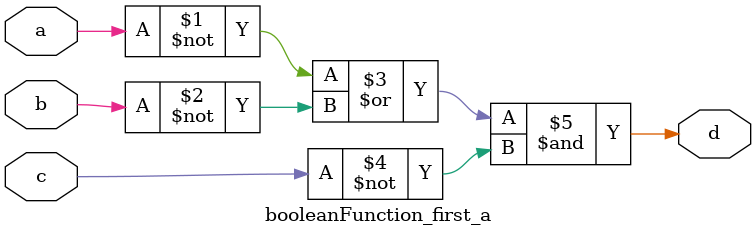
<source format=v>
`timescale 1ns / 1ps

module booleanFunction_first_a(
    input a, b, c,
    output d
);
    
    assign d = (~a | ~b) & ~c;
endmodule
</source>
